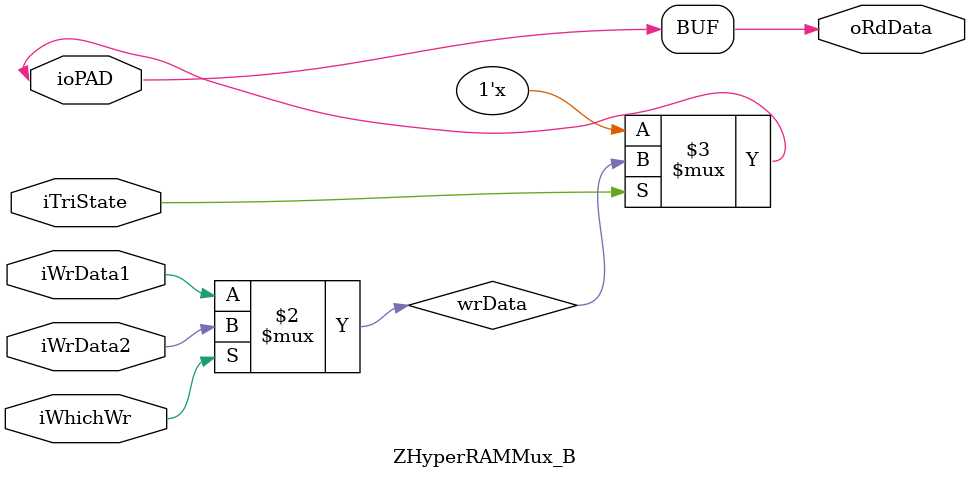
<source format=v>
`timescale 1ps/1ps
module ZHyperRAMMux_B(
    inout ioPAD, //bidirectional PAD.
    ///////////////////
    input iWrData1, //FPGA-1# write data.
    input iWrData2, //FPGA-2# write data.
    input iWhichWr, //select, 0:Data1, 1:Data2.
    //////////////////////////
    input iTriState,  //Tri-State control, 1:output, 0:High-Z.
    output oRdData //Read data from PAD.
);

wire wrData;
assign wrData=(!iWhichWr)?(iWrData1):(iWrData2);

assign ioPAD=(iTriState)?(wrData):(1'bz);
assign oRdData=ioPAD;

endmodule
</source>
